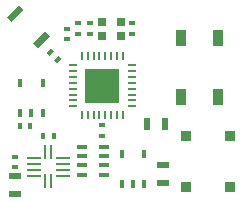
<source format=gtp>
G04 (created by PCBNEW (2013-jul-07)-stable) date Sun 10 Jul 2016 10:25:08 PM EDT*
%MOIN*%
G04 Gerber Fmt 3.4, Leading zero omitted, Abs format*
%FSLAX34Y34*%
G01*
G70*
G90*
G04 APERTURE LIST*
%ADD10C,0.00590551*%
%ADD11R,0.0334331X0.0373701*%
%ADD12R,0.018X0.028*%
%ADD13R,0.008X0.028*%
%ADD14R,0.028X0.008*%
%ADD15R,0.1161X0.1161*%
%ADD16R,0.0472126X0.00784252*%
%ADD17R,0.00784252X0.0472126*%
%ADD18R,0.0255591X0.0255591*%
%ADD19R,0.0216X0.0137*%
%ADD20R,0.043X0.023*%
%ADD21R,0.023X0.043*%
%ADD22R,0.0137X0.0216*%
%ADD23R,0.0374X0.0571*%
%ADD24R,0.0373701X0.013748*%
G04 APERTURE END LIST*
G54D10*
G36*
X14307Y-12621D02*
X14717Y-12211D01*
X14873Y-12367D01*
X14463Y-12777D01*
X14307Y-12621D01*
X14307Y-12621D01*
G37*
G36*
X15184Y-13498D02*
X15594Y-13088D01*
X15750Y-13244D01*
X15340Y-13654D01*
X15184Y-13498D01*
X15184Y-13498D01*
G37*
G54D11*
X21748Y-16573D03*
X21748Y-18266D03*
X20291Y-16573D03*
X20291Y-18266D03*
G54D12*
X14759Y-15809D03*
X15509Y-15809D03*
X14759Y-14809D03*
X15134Y-15809D03*
X15509Y-14809D03*
X18143Y-18190D03*
X18893Y-18190D03*
X18143Y-17190D03*
X18518Y-18190D03*
X18893Y-17190D03*
G54D13*
X17008Y-13916D03*
X17205Y-13916D03*
X17402Y-13916D03*
X16811Y-13916D03*
G54D14*
X16516Y-14211D03*
X16516Y-14408D03*
X16516Y-14605D03*
X16516Y-14802D03*
X16516Y-14998D03*
X16516Y-15195D03*
X16516Y-15392D03*
X16516Y-15589D03*
G54D13*
X18189Y-15884D03*
X16811Y-15884D03*
X17008Y-15884D03*
X17205Y-15884D03*
X17402Y-15884D03*
X17598Y-15884D03*
X17795Y-15884D03*
X17992Y-15884D03*
G54D14*
X18484Y-15589D03*
X18484Y-15392D03*
X18484Y-15195D03*
X18484Y-14998D03*
X18484Y-14802D03*
X18484Y-14605D03*
X18484Y-14408D03*
X18484Y-14211D03*
G54D13*
X18189Y-13916D03*
X17992Y-13916D03*
X17795Y-13916D03*
X17598Y-13916D03*
G54D15*
X17500Y-14900D03*
G54D16*
X16192Y-17895D03*
X16192Y-17698D03*
X16192Y-17501D03*
X16192Y-17304D03*
G54D17*
X15798Y-17107D03*
X15601Y-17107D03*
G54D16*
X15207Y-17304D03*
X15207Y-17501D03*
X15207Y-17698D03*
X15207Y-17895D03*
G54D17*
X15601Y-18092D03*
X15798Y-18092D03*
G54D18*
X17485Y-13236D03*
X18114Y-12763D03*
X17485Y-12763D03*
X18114Y-13236D03*
G54D19*
X17100Y-13177D03*
X17100Y-12823D03*
X18500Y-12823D03*
X18500Y-13177D03*
G54D20*
X14600Y-18500D03*
X14600Y-17900D03*
G54D21*
X19590Y-16176D03*
X18990Y-16176D03*
G54D20*
X19527Y-17559D03*
X19527Y-18159D03*
G54D19*
X16311Y-13005D03*
X16311Y-13359D03*
X14585Y-17261D03*
X14585Y-17615D03*
G54D22*
X15519Y-16588D03*
X15873Y-16588D03*
G54D23*
X21369Y-13316D03*
X20109Y-13316D03*
X20109Y-15284D03*
X21369Y-15284D03*
G54D22*
X15101Y-16247D03*
X14747Y-16247D03*
G54D10*
G36*
X16149Y-13997D02*
X15997Y-14149D01*
X15900Y-14053D01*
X16053Y-13900D01*
X16149Y-13997D01*
X16149Y-13997D01*
G37*
G36*
X15899Y-13746D02*
X15746Y-13899D01*
X15650Y-13802D01*
X15802Y-13650D01*
X15899Y-13746D01*
X15899Y-13746D01*
G37*
G54D24*
X16833Y-16927D03*
X16833Y-17242D03*
X16833Y-17557D03*
X16833Y-17872D03*
X17566Y-17872D03*
X17566Y-17557D03*
X17566Y-17242D03*
X17566Y-16927D03*
G54D19*
X16700Y-12823D03*
X16700Y-13177D03*
X17490Y-16221D03*
X17490Y-16575D03*
M02*

</source>
